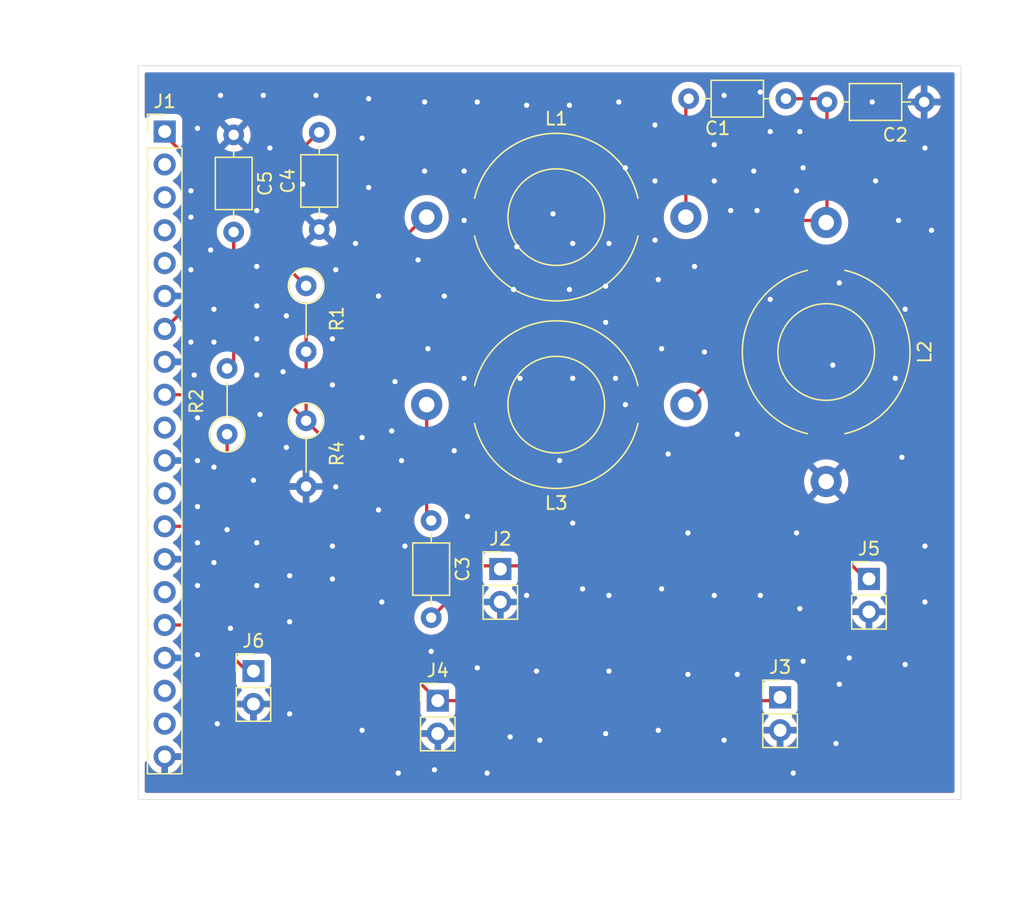
<source format=kicad_pcb>
(kicad_pcb (version 20211014) (generator pcbnew)
  (layers (0 "F.Cu" signal) (31 "B.Cu" signal) (34 "B.Paste" user) (35 "F.Paste" user) (36 "B.SilkS" user "B.Silkscreen") (37 "F.SilkS" user "F.Silkscreen") (38 "B.Mask" user) (39 "F.Mask" user) (44 "Edge.Cuts" user))
  (net 0 "")
  (net 1 "GND")
  (net 2 "Net-(C1-Pad1)")
  (net 3 "Net-(C1-Pad2)")
  (net 4 "Net-(C3-Pad1)")
  (net 5 "bpf_ant")
  (net 6 "3V3")
  (net 7 "rfrx0_false")
  (net 12 "bpf_lvds")
  (net 15 "PWM2")
  (net 17 "pwm_out")
  (footprint "Capacitor_THT:C_Axial_L3.8mm_D2.6mm_P7.50mm_Horizontal" (layer "F.Cu") (at 114.3 65.726 90)
    (fp_text reference "C4" (at 3.75 -2.42 90) (layer "F.SilkS"))
    (fp_text value "C")
    (fp_line (start 1.04 0) (end 1.73 0) (layer "F.SilkS") (width 0.12))
    (fp_line (start 1.73 1.42) (end 5.77 1.42) (layer "F.SilkS") (width 0.12))
    (fp_line (start 5.77 -1.42) (end 1.73 -1.42) (layer "F.SilkS") (width 0.12))
    (fp_line (start 5.77 1.42) (end 5.77 -1.42) (layer "F.SilkS") (width 0.12))
    (fp_line (start 1.73 -1.42) (end 1.73 1.42) (layer "F.SilkS") (width 0.12))
    (fp_line (start 6.46 0) (end 5.77 0) (layer "F.SilkS") (width 0.12))
    (pad "1" thru_hole circle (at 0 0 90) (size 1.6 1.6) (drill 0.8) (layers *.Cu *.Mask) (net 1 "GND"))
    (pad "2" thru_hole oval (at 7.5 0 90) (size 1.6 1.6) (drill 0.8) (layers *.Cu *.Mask) (net 6 "3V3"))
  )
  (footprint "Inductor_THT:L_Toroid_Horizontal_D12.7mm_P20.00mm_Diameter14-5mm_Amidon-T50" (layer "F.Cu") (at 153.416 65.184 -90)
    (fp_text reference "L2" (at 10 -7.6 90) (layer "F.SilkS"))
    (fp_text value "L")
    (fp_arc (start 16.303118 1.46) (mid 10 6.47) (end 3.696882 1.46) (layer "F.SilkS") (width 0.12))
    (fp_arc (start 3.696882 -1.46) (mid 10 -6.47) (end 16.303118 -1.46) (layer "F.SilkS") (width 0.12))
    (fp_circle (center 10 0) (end 13.7281 0) (layer "F.SilkS") (width 0.12) (fill none))
    (pad "1" thru_hole circle (at 0 0 270) (size 2.4 2.4) (drill 1.2) (layers *.Cu *.Mask) (net 3 "Net-(C1-Pad2)"))
    (pad "2" thru_hole circle (at 20 0 270) (size 2.4 2.4) (drill 1.2) (layers *.Cu *.Mask) (net 1 "GND"))
  )
  (footprint "Resistor_THT:R_Axial_DIN0207_L6.3mm_D2.5mm_P5.08mm_Vertical" (layer "F.Cu") (at 107.188 81.534 90)
    (fp_text reference "R2" (at 2.54 -2.37 90) (layer "F.SilkS"))
    (fp_text value "R")
    (fp_line (start 1.37 0) (end 3.98 0) (layer "F.SilkS") (width 0.12))
    (fp_circle (center 0 0) (end 1.37 0) (layer "F.SilkS") (width 0.12) (fill none))
    (pad "1" thru_hole circle (at 0 0 90) (size 1.6 1.6) (drill 0.8) (layers *.Cu *.Mask) (net 17 "pwm_out"))
    (pad "2" thru_hole oval (at 5.08 0 90) (size 1.6 1.6) (drill 0.8) (layers *.Cu *.Mask) (net 7 "rfrx0_false"))
  )
  (footprint "Capacitor_THT:C_Axial_L3.8mm_D2.6mm_P7.50mm_Horizontal" (layer "F.Cu") (at 142.808 55.626)
    (fp_text reference "C1" (at 2.226 2.286) (layer "F.SilkS"))
    (fp_text value "C")
    (fp_line (start 6.46 0) (end 5.77 0) (layer "F.SilkS") (width 0.12))
    (fp_line (start 5.77 1.42) (end 5.77 -1.42) (layer "F.SilkS") (width 0.12))
    (fp_line (start 1.04 0) (end 1.73 0) (layer "F.SilkS") (width 0.12))
    (fp_line (start 1.73 1.42) (end 5.77 1.42) (layer "F.SilkS") (width 0.12))
    (fp_line (start 1.73 -1.42) (end 1.73 1.42) (layer "F.SilkS") (width 0.12))
    (fp_line (start 5.77 -1.42) (end 1.73 -1.42) (layer "F.SilkS") (width 0.12))
    (pad "1" thru_hole circle (at 0 0) (size 1.6 1.6) (drill 0.8) (layers *.Cu *.Mask) (net 2 "Net-(C1-Pad1)"))
    (pad "2" thru_hole oval (at 7.5 0) (size 1.6 1.6) (drill 0.8) (layers *.Cu *.Mask) (net 3 "Net-(C1-Pad2)"))
  )
  (footprint "Capacitor_THT:C_Axial_L3.8mm_D2.6mm_P7.50mm_Horizontal" (layer "F.Cu") (at 107.696 58.42 -90)
    (fp_text reference "C5" (at 3.75 -2.42 90) (layer "F.SilkS"))
    (fp_text value "C")
    (fp_line (start 1.73 -1.42) (end 1.73 1.42) (layer "F.SilkS") (width 0.12))
    (fp_line (start 1.73 1.42) (end 5.77 1.42) (layer "F.SilkS") (width 0.12))
    (fp_line (start 5.77 1.42) (end 5.77 -1.42) (layer "F.SilkS") (width 0.12))
    (fp_line (start 5.77 -1.42) (end 1.73 -1.42) (layer "F.SilkS") (width 0.12))
    (fp_line (start 1.04 0) (end 1.73 0) (layer "F.SilkS") (width 0.12))
    (fp_line (start 6.46 0) (end 5.77 0) (layer "F.SilkS") (width 0.12))
    (pad "1" thru_hole circle (at 0 0 270) (size 1.6 1.6) (drill 0.8) (layers *.Cu *.Mask) (net 1 "GND"))
    (pad "2" thru_hole oval (at 7.5 0 270) (size 1.6 1.6) (drill 0.8) (layers *.Cu *.Mask) (net 7 "rfrx0_false"))
  )
  (footprint "Connector_PinHeader_2.54mm:PinHeader_1x02_P2.54mm_Vertical" (layer "F.Cu") (at 149.86 101.849)
    (fp_text reference "J3" (at 0 -2.33) (layer "F.SilkS"))
    (fp_text value "Connector_Generic_Conn_01x02")
    (fp_line (start -1.33 0) (end -1.33 -1.33) (layer "F.SilkS") (width 0.12))
    (fp_line (start -1.33 -1.33) (end 0 -1.33) (layer "F.SilkS") (width 0.12))
    (fp_line (start -1.33 1.27) (end -1.33 3.87) (layer "F.SilkS") (width 0.12))
    (fp_line (start -1.33 3.87) (end 1.33 3.87) (layer "F.SilkS") (width 0.12))
    (fp_line (start -1.33 1.27) (end 1.33 1.27) (layer "F.SilkS") (width 0.12))
    (fp_line (start 1.33 1.27) (end 1.33 3.87) (layer "F.SilkS") (width 0.12))
    (pad "1" thru_hole rect (at 0 0) (size 1.7 1.7) (drill 1) (layers *.Cu *.Mask) (net 12 "bpf_lvds"))
    (pad "2" thru_hole oval (at 0 2.54) (size 1.7 1.7) (drill 1) (layers *.Cu *.Mask) (net 1 "GND"))
  )
  (footprint "Inductor_THT:L_Toroid_Horizontal_D12.7mm_P20.00mm_Diameter14-5mm_Amidon-T50" (layer "F.Cu") (at 122.588 64.77)
    (fp_text reference "L1" (at 10 -7.6) (layer "F.SilkS"))
    (fp_text value "L")
    (fp_arc (start 3.696882 -1.46) (mid 10 -6.47) (end 16.303118 -1.46) (layer "F.SilkS") (width 0.12))
    (fp_arc (start 16.303118 1.46) (mid 10 6.47) (end 3.696882 1.46) (layer "F.SilkS") (width 0.12))
    (fp_circle (center 10 0) (end 13.7281 0) (layer "F.SilkS") (width 0.12) (fill none))
    (pad "1" thru_hole circle (at 0 0) (size 2.4 2.4) (drill 1.2) (layers *.Cu *.Mask) (net 12 "bpf_lvds"))
    (pad "2" thru_hole circle (at 20 0) (size 2.4 2.4) (drill 1.2) (layers *.Cu *.Mask) (net 2 "Net-(C1-Pad1)"))
  )
  (footprint "Connector_PinHeader_2.54mm:PinHeader_1x02_P2.54mm_Vertical" (layer "F.Cu") (at 156.718 92.705)
    (fp_text reference "J5" (at 0 -2.33) (layer "F.SilkS"))
    (fp_text value "Connector_Generic_Conn_01x02")
    (fp_line (start 1.33 1.27) (end 1.33 3.87) (layer "F.SilkS") (width 0.12))
    (fp_line (start -1.33 0) (end -1.33 -1.33) (layer "F.SilkS") (width 0.12))
    (fp_line (start -1.33 -1.33) (end 0 -1.33) (layer "F.SilkS") (width 0.12))
    (fp_line (start -1.33 1.27) (end -1.33 3.87) (layer "F.SilkS") (width 0.12))
    (fp_line (start -1.33 1.27) (end 1.33 1.27) (layer "F.SilkS") (width 0.12))
    (fp_line (start -1.33 3.87) (end 1.33 3.87) (layer "F.SilkS") (width 0.12))
    (pad "1" thru_hole rect (at 0 0) (size 1.7 1.7) (drill 1) (layers *.Cu *.Mask) (net 5 "bpf_ant"))
    (pad "2" thru_hole oval (at 0 2.54) (size 1.7 1.7) (drill 1) (layers *.Cu *.Mask) (net 1 "GND"))
  )
  (footprint "Connector_PinHeader_2.54mm:PinHeader_1x02_P2.54mm_Vertical" (layer "F.Cu") (at 123.444 102.103)
    (fp_text reference "J4" (at 0 -2.33) (layer "F.SilkS"))
    (fp_text value "Connector_Generic_Conn_01x02")
    (fp_line (start 1.33 1.27) (end 1.33 3.87) (layer "F.SilkS") (width 0.12))
    (fp_line (start -1.33 -1.33) (end 0 -1.33) (layer "F.SilkS") (width 0.12))
    (fp_line (start -1.33 0) (end -1.33 -1.33) (layer "F.SilkS") (width 0.12))
    (fp_line (start -1.33 1.27) (end 1.33 1.27) (layer "F.SilkS") (width 0.12))
    (fp_line (start -1.33 3.87) (end 1.33 3.87) (layer "F.SilkS") (width 0.12))
    (fp_line (start -1.33 1.27) (end -1.33 3.87) (layer "F.SilkS") (width 0.12))
    (pad "1" thru_hole rect (at 0 0) (size 1.7 1.7) (drill 1) (layers *.Cu *.Mask) (net 12 "bpf_lvds"))
    (pad "2" thru_hole oval (at 0 2.54) (size 1.7 1.7) (drill 1) (layers *.Cu *.Mask) (net 1 "GND"))
  )
  (footprint "Connector_PinHeader_2.54mm:PinHeader_1x02_P2.54mm_Vertical" (layer "F.Cu") (at 109.22 99.822)
    (fp_text reference "J6" (at 0 -2.33) (layer "F.SilkS"))
    (fp_text value "Connector_Generic_Conn_01x02")
    (fp_line (start -1.33 1.27) (end 1.33 1.27) (layer "F.SilkS") (width 0.12))
    (fp_line (start -1.33 1.27) (end -1.33 3.87) (layer "F.SilkS") (width 0.12))
    (fp_line (start -1.33 0) (end -1.33 -1.33) (layer "F.SilkS") (width 0.12))
    (fp_line (start 1.33 1.27) (end 1.33 3.87) (layer "F.SilkS") (width 0.12))
    (fp_line (start -1.33 -1.33) (end 0 -1.33) (layer "F.SilkS") (width 0.12))
    (fp_line (start -1.33 3.87) (end 1.33 3.87) (layer "F.SilkS") (width 0.12))
    (pad "1" thru_hole rect (at 0 0) (size 1.7 1.7) (drill 1) (layers *.Cu *.Mask) (net 15 "PWM2"))
    (pad "2" thru_hole oval (at 0 2.54) (size 1.7 1.7) (drill 1) (layers *.Cu *.Mask) (net 1 "GND"))
  )
  (footprint "Connector_PinHeader_2.54mm:PinHeader_1x20_P2.54mm_Vertical" (layer "F.Cu") (at 102.37 58.162)
    (fp_text reference "J1" (at 0 -2.33) (layer "F.SilkS"))
    (fp_text value "Connector_Generic_Conn_01x20")
    (fp_line (start -1.33 1.27) (end 1.33 1.27) (layer "F.SilkS") (width 0.12))
    (fp_line (start -1.33 -1.33) (end 0 -1.33) (layer "F.SilkS") (width 0.12))
    (fp_line (start -1.33 1.27) (end -1.33 49.59) (layer "F.SilkS") (width 0.12))
    (fp_line (start -1.33 49.59) (end 1.33 49.59) (layer "F.SilkS") (width 0.12))
    (fp_line (start 1.33 1.27) (end 1.33 49.59) (layer "F.SilkS") (width 0.12))
    (fp_line (start -1.33 0) (end -1.33 -1.33) (layer "F.SilkS") (width 0.12))
    (pad "1" thru_hole rect (at 0 0) (size 1.7 1.7) (drill 1) (layers *.Cu *.Mask) (net 6 "3V3"))
    (pad "2" thru_hole oval (at 0 2.54) (size 1.7 1.7) (drill 1) (layers *.Cu *.Mask))
    (pad "3" thru_hole oval (at 0 5.08) (size 1.7 1.7) (drill 1) (layers *.Cu *.Mask))
    (pad "4" thru_hole oval (at 0 7.62) (size 1.7 1.7) (drill 1) (layers *.Cu *.Mask))
    (pad "5" thru_hole oval (at 0 10.16) (size 1.7 1.7) (drill 1) (layers *.Cu *.Mask))
    (pad "6" thru_hole oval (at 0 12.7) (size 1.7 1.7) (drill 1) (layers *.Cu *.Mask) (net 1 "GND"))
    (pad "7" thru_hole oval (at 0 15.24) (size 1.7 1.7) (drill 1) (layers *.Cu *.Mask) (net 7 "rfrx0_false"))
    (pad "8" thru_hole oval (at 0 17.78) (size 1.7 1.7) (drill 1) (layers *.Cu *.Mask) (net 1 "GND"))
    (pad "9" thru_hole oval (at 0 20.32) (size 1.7 1.7) (drill 1) (layers *.Cu *.Mask) (net 12 "bpf_lvds"))
    (pad "10" thru_hole oval (at 0 22.86) (size 1.7 1.7) (drill 1) (layers *.Cu *.Mask))
    (pad "11" thru_hole oval (at 0 25.4) (size 1.7 1.7) (drill 1) (layers *.Cu *.Mask) (net 1 "GND"))
    (pad "12" thru_hole oval (at 0 27.94) (size 1.7 1.7) (drill 1) (layers *.Cu *.Mask))
    (pad "13" thru_hole oval (at 0 30.48) (size 1.7 1.7) (drill 1) (layers *.Cu *.Mask) (net 17 "pwm_out"))
    (pad "14" thru_hole oval (at 0 33.02) (size 1.7 1.7) (drill 1) (layers *.Cu *.Mask) (net 1 "GND"))
    (pad "15" thru_hole oval (at 0 35.56) (size 1.7 1.7) (drill 1) (layers *.Cu *.Mask))
    (pad "16" thru_hole oval (at 0 38.1) (size 1.7 1.7) (drill 1) (layers *.Cu *.Mask) (net 15 "PWM2"))
    (pad "17" thru_hole oval (at 0 40.64) (size 1.7 1.7) (drill 1) (layers *.Cu *.Mask) (net 1 "GND"))
    (pad "18" thru_hole oval (at 0 43.18) (size 1.7 1.7) (drill 1) (layers *.Cu *.Mask))
    (pad "19" thru_hole oval (at 0 45.72) (size 1.7 1.7) (drill 1) (layers *.Cu *.Mask))
    (pad "20" thru_hole oval (at 0 48.26) (size 1.7 1.7) (drill 1) (layers *.Cu *.Mask) (net 1 "GND"))
  )
  (footprint "Inductor_THT:L_Toroid_Horizontal_D12.7mm_P20.00mm_Diameter14-5mm_Amidon-T50" (layer "F.Cu") (at 142.588 79.248 180)
    (fp_text reference "L3" (at 10 -7.6) (layer "F.SilkS"))
    (fp_text value "L")
    (fp_arc (start 3.696882 -1.46) (mid 10 -6.47) (end 16.303118 -1.46) (layer "F.SilkS") (width 0.12))
    (fp_arc (start 16.303118 1.46) (mid 10 6.47) (end 3.696882 1.46) (layer "F.SilkS") (width 0.12))
    (fp_circle (center 10 0) (end 13.7281 0) (layer "F.SilkS") (width 0.12) (fill none))
    (pad "1" thru_hole circle (at 0 0 180) (size 2.4 2.4) (drill 1.2) (layers *.Cu *.Mask) (net 3 "Net-(C1-Pad2)"))
    (pad "2" thru_hole circle (at 20 0 180) (size 2.4 2.4) (drill 1.2) (layers *.Cu *.Mask) (net 4 "Net-(C3-Pad1)"))
  )
  (footprint "Capacitor_THT:C_Axial_L3.8mm_D2.6mm_P7.50mm_Horizontal" (layer "F.Cu") (at 122.936 88.198 -90)
    (fp_text reference "C3" (at 3.75 -2.42 90) (layer "F.SilkS"))
    (fp_text value "C")
    (fp_line (start 6.46 0) (end 5.77 0) (layer "F.SilkS") (width 0.12))
    (fp_line (start 1.73 -1.42) (end 1.73 1.42) (layer "F.SilkS") (width 0.12))
    (fp_line (start 5.77 1.42) (end 5.77 -1.42) (layer "F.SilkS") (width 0.12))
    (fp_line (start 1.73 1.42) (end 5.77 1.42) (layer "F.SilkS") (width 0.12))
    (fp_line (start 1.04 0) (end 1.73 0) (layer "F.SilkS") (width 0.12))
    (fp_line (start 5.77 -1.42) (end 1.73 -1.42) (layer "F.SilkS") (width 0.12))
    (pad "1" thru_hole circle (at 0 0 270) (size 1.6 1.6) (drill 0.8) (layers *.Cu *.Mask) (net 4 "Net-(C3-Pad1)"))
    (pad "2" thru_hole oval (at 7.5 0 270) (size 1.6 1.6) (drill 0.8) (layers *.Cu *.Mask) (net 5 "bpf_ant"))
  )
  (footprint "Resistor_THT:R_Axial_DIN0207_L6.3mm_D2.5mm_P5.08mm_Vertical" (layer "F.Cu") (at 113.284 70.075 -90)
    (fp_text reference "R1" (at 2.54 -2.37 90) (layer "F.SilkS"))
    (fp_text value "R")
    (fp_line (start 1.37 0) (end 3.98 0) (layer "F.SilkS") (width 0.12))
    (fp_circle (center 0 0) (end 1.37 0) (layer "F.SilkS") (width 0.12) (fill none))
    (pad "1" thru_hole circle (at 0 0 270) (size 1.6 1.6) (drill 0.8) (layers *.Cu *.Mask) (net 6 "3V3"))
    (pad "2" thru_hole oval (at 5.08 0 270) (size 1.6 1.6) (drill 0.8) (layers *.Cu *.Mask) (net 12 "bpf_lvds"))
  )
  (footprint "Resistor_THT:R_Axial_DIN0207_L6.3mm_D2.5mm_P5.08mm_Vertical" (layer "F.Cu") (at 113.284 80.489 -90)
    (fp_text reference "R4" (at 2.54 -2.37 90) (layer "F.SilkS"))
    (fp_text value "R")
    (fp_line (start 1.37 0) (end 3.98 0) (layer "F.SilkS") (width 0.12))
    (fp_circle (center 0 0) (end 1.37 0) (layer "F.SilkS") (width 0.12) (fill none))
    (pad "1" thru_hole circle (at 0 0 270) (size 1.6 1.6) (drill 0.8) (layers *.Cu *.Mask) (net 12 "bpf_lvds"))
    (pad "2" thru_hole oval (at 5.08 0 270) (size 1.6 1.6) (drill 0.8) (layers *.Cu *.Mask) (net 1 "GND"))
  )
  (footprint "Capacitor_THT:C_Axial_L3.8mm_D2.6mm_P7.50mm_Horizontal" (layer "F.Cu") (at 153.476 55.88)
    (fp_text reference "C2" (at 5.274 2.54) (layer "F.SilkS"))
    (fp_text value "C")
    (fp_line (start 6.46 0) (end 5.77 0) (layer "F.SilkS") (width 0.12))
    (fp_line (start 1.73 -1.42) (end 1.73 1.42) (layer "F.SilkS") (width 0.12))
    (fp_line (start 5.77 -1.42) (end 1.73 -1.42) (layer "F.SilkS") (width 0.12))
    (fp_line (start 1.73 1.42) (end 5.77 1.42) (layer "F.SilkS") (width 0.12))
    (fp_line (start 1.04 0) (end 1.73 0) (layer "F.SilkS") (width 0.12))
    (fp_line (start 5.77 1.42) (end 5.77 -1.42) (layer "F.SilkS") (width 0.12))
    (pad "1" thru_hole circle (at 0 0) (size 1.6 1.6) (drill 0.8) (layers *.Cu *.Mask) (net 3 "Net-(C1-Pad2)"))
    (pad "2" thru_hole oval (at 7.5 0) (size 1.6 1.6) (drill 0.8) (layers *.Cu *.Mask) (net 1 "GND"))
  )
  (footprint "Connector_PinHeader_2.54mm:PinHeader_1x02_P2.54mm_Vertical" (layer "F.Cu") (at 128.27 91.943)
    (fp_text reference "J2" (at 0 -2.33) (layer "F.SilkS"))
    (fp_text value "Connector_Generic_Conn_01x02")
    (fp_line (start -1.33 0) (end -1.33 -1.33) (layer "F.SilkS") (width 0.12))
    (fp_line (start -1.33 3.87) (end 1.33 3.87) (layer "F.SilkS") (width 0.12))
    (fp_line (start 1.33 1.27) (end 1.33 3.87) (layer "F.SilkS") (width 0.12))
    (fp_line (start -1.33 1.27) (end -1.33 3.87) (layer "F.SilkS") (width 0.12))
    (fp_line (start -1.33 1.27) (end 1.33 1.27) (layer "F.SilkS") (width 0.12))
    (fp_line (start -1.33 -1.33) (end 0 -1.33) (layer "F.SilkS") (width 0.12))
    (pad "1" thru_hole rect (at 0 0) (size 1.7 1.7) (drill 1) (layers *.Cu *.Mask) (net 5 "bpf_ant"))
    (pad "2" thru_hole oval (at 0 2.54) (size 1.7 1.7) (drill 1) (layers *.Cu *.Mask) (net 1 "GND"))
  )
  (gr_rect (start 100.33 53.086) (end 163.83 109.728) (layer "Edge.Cuts") (width 0.05) (fill none))
  (via (at 106.172 91.44) (size 0.8) (drill 0.4) (layers "F.Cu" "B.Cu") (net 1))
  (via (at 130.302 56.134) (size 0.8) (drill 0.4) (layers "F.Cu" "B.Cu") (net 1))
  (via (at 120.904 90.17) (size 0.8) (drill 0.4) (layers "F.Cu" "B.Cu") (net 1))
  (via (at 130.302 93.98) (size 0.8) (drill 0.4) (layers "F.Cu" "B.Cu") (net 1))
  (via (at 118.872 87.376) (size 0.8) (drill 0.4) (layers "F.Cu" "B.Cu") (net 1))
  (via (at 140.208 61.976) (size 0.8) (drill 0.4) (layers "F.Cu" "B.Cu") (net 1))
  (via (at 104.902 57.912) (size 0.8) (drill 0.4) (layers "F.Cu" "B.Cu") (net 1))
  (via (at 125.476 65.024) (size 0.8) (drill 0.4) (layers "F.Cu" "B.Cu") (net 1))
  (via (at 104.902 93.218) (size 0.8) (drill 0.4) (layers "F.Cu" "B.Cu") (net 1))
  (via (at 136.652 66.802) (size 0.8) (drill 0.4) (layers "F.Cu" "B.Cu") (net 1))
  (via (at 104.394 64.77) (size 0.8) (drill 0.4) (layers "F.Cu" "B.Cu") (net 1))
  (via (at 142.748 89.154) (size 0.8) (drill 0.4) (layers "F.Cu" "B.Cu") (net 1))
  (via (at 115.57 85.598) (size 0.8) (drill 0.4) (layers "F.Cu" "B.Cu") (net 1))
  (via (at 126.492 99.568) (size 0.8) (drill 0.4) (layers "F.Cu" "B.Cu") (net 1))
  (via (at 136.652 99.822) (size 0.8) (drill 0.4) (layers "F.Cu" "B.Cu") (net 1))
  (via (at 106.426 103.886) (size 0.8) (drill 0.4) (layers "F.Cu" "B.Cu") (net 1))
  (via (at 113.03 62.23) (size 0.8) (drill 0.4) (layers "F.Cu" "B.Cu") (net 1))
  (via (at 150.876 107.696) (size 0.8) (drill 0.4) (layers "F.Cu" "B.Cu") (net 1))
  (via (at 161.036 59.436) (size 0.8) (drill 0.4) (layers "F.Cu" "B.Cu") (net 1))
  (via (at 122.936 98.298) (size 0.8) (drill 0.4) (layers "F.Cu" "B.Cu") (net 1))
  (via (at 133.858 77.216) (size 0.8) (drill 0.4) (layers "F.Cu" "B.Cu") (net 1))
  (via (at 140.462 104.394) (size 0.8) (drill 0.4) (layers "F.Cu" "B.Cu") (net 1))
  (via (at 111.506 76.708) (size 0.8) (drill 0.4) (layers "F.Cu" "B.Cu") (net 1))
  (via (at 151.384 58.166) (size 0.8) (drill 0.4) (layers "F.Cu" "B.Cu") (net 1))
  (via (at 159.258 83.312) (size 0.8) (drill 0.4) (layers "F.Cu" "B.Cu") (net 1))
  (via (at 107.442 96.52) (size 0.8) (drill 0.4) (layers "F.Cu" "B.Cu") (net 1))
  (via (at 120.142 77.47) (size 0.8) (drill 0.4) (layers "F.Cu" "B.Cu") (net 1))
  (via (at 136.398 72.898) (size 0.8) (drill 0.4) (layers "F.Cu" "B.Cu") (net 1))
  (via (at 144.018 75.184) (size 0.8) (drill 0.4) (layers "F.Cu" "B.Cu") (net 1))
  (via (at 159.512 71.882) (size 0.8) (drill 0.4) (layers "F.Cu" "B.Cu") (net 1))
  (via (at 149.098 71.12) (size 0.8) (drill 0.4) (layers "F.Cu" "B.Cu") (net 1))
  (via (at 104.394 68.834) (size 0.8) (drill 0.4) (layers "F.Cu" "B.Cu") (net 1))
  (via (at 123.952 70.866) (size 0.8) (drill 0.4) (layers "F.Cu" "B.Cu") (net 1))
  (via (at 109.474 76.962) (size 0.8) (drill 0.4) (layers "F.Cu" "B.Cu") (net 1))
  (via (at 132.842 83.566) (size 0.8) (drill 0.4) (layers "F.Cu" "B.Cu") (net 1))
  (via (at 112.014 92.456) (size 0.8) (drill 0.4) (layers "F.Cu" "B.Cu") (net 1))
  (via (at 115.57 68.834) (size 0.8) (drill 0.4) (layers "F.Cu" "B.Cu") (net 1))
  (via (at 159.512 99.314) (size 0.8) (drill 0.4) (layers "F.Cu" "B.Cu") (net 1))
  (via (at 109.474 68.58) (size 0.8) (drill 0.4) (layers "F.Cu" "B.Cu") (net 1))
  (via (at 146.558 100.076) (size 0.8) (drill 0.4) (layers "F.Cu" "B.Cu") (net 1))
  (via (at 109.474 93.218) (size 0.8) (drill 0.4) (layers "F.Cu" "B.Cu") (net 1))
  (via (at 131.318 105.156) (size 0.8) (drill 0.4) (layers "F.Cu" "B.Cu") (net 1))
  (via (at 104.902 87.122) (size 0.8) (drill 0.4) (layers "F.Cu" "B.Cu") (net 1))
  (via (at 151.638 60.96) (size 0.8) (drill 0.4) (layers "F.Cu" "B.Cu") (net 1))
  (via (at 129.286 70.358) (size 0.8) (drill 0.4) (layers "F.Cu" "B.Cu") (net 1))
  (via (at 121.92 68.072) (size 0.8) (drill 0.4) (layers "F.Cu" "B.Cu") (net 1))
  (via (at 109.982 55.372) (size 0.8) (drill 0.4) (layers "F.Cu" "B.Cu") (net 1))
  (via (at 151.384 94.996) (size 0.8) (drill 0.4) (layers "F.Cu" "B.Cu") (net 1))
  (via (at 131.064 99.822) (size 0.8) (drill 0.4) (layers "F.Cu" "B.Cu") (net 1))
  (via (at 142.748 100.076) (size 0.8) (drill 0.4) (layers "F.Cu" "B.Cu") (net 1))
  (via (at 114.046 55.372) (size 0.8) (drill 0.4) (layers "F.Cu" "B.Cu") (net 1))
  (via (at 117.094 66.802) (size 0.8) (drill 0.4) (layers "F.Cu" "B.Cu") (net 1))
  (via (at 104.648 76.962) (size 0.8) (drill 0.4) (layers "F.Cu" "B.Cu") (net 1))
  (via (at 137.922 79.248) (size 0.8) (drill 0.4) (layers "F.Cu" "B.Cu") (net 1))
  (via (at 104.394 74.422) (size 0.8) (drill 0.4) (layers "F.Cu" "B.Cu") (net 1))
  (via (at 111.76 72.39) (size 0.8) (drill 0.4) (layers "F.Cu" "B.Cu") (net 1))
  (via (at 145.542 55.372) (size 0.8) (drill 0.4) (layers "F.Cu" "B.Cu") (net 1))
  (via (at 137.922 60.96) (size 0.8) (drill 0.4) (layers "F.Cu" "B.Cu") (net 1))
  (via (at 143.256 68.58) (size 0.8) (drill 0.4) (layers "F.Cu" "B.Cu") (net 1))
  (via (at 146.05 64.262) (size 0.8) (drill 0.4) (layers "F.Cu" "B.Cu") (net 1))
  (via (at 104.902 80.264) (size 0.8) (drill 0.4) (layers "F.Cu" "B.Cu") (net 1))
  (via (at 129.032 104.902) (size 0.8) (drill 0.4) (layers "F.Cu" "B.Cu") (net 1))
  (via (at 109.474 74.168) (size 0.8) (drill 0.4) (layers "F.Cu" "B.Cu") (net 1))
  (via (at 140.208 66.548) (size 0.8) (drill 0.4) (layers "F.Cu" "B.Cu") (net 1))
  (via (at 125.476 77.216) (size 0.8) (drill 0.4) (layers "F.Cu" "B.Cu") (net 1))
  (via (at 158.75 77.216) (size 0.8) (drill 0.4) (layers "F.Cu" "B.Cu") (net 1))
  (via (at 119.888 81.28) (size 0.8) (drill 0.4) (layers "F.Cu" "B.Cu") (net 1))
  (via (at 118.872 70.866) (size 0.8) (drill 0.4) (layers "F.Cu" "B.Cu") (net 1))
  (via (at 145.542 105.156) (size 0.8) (drill 0.4) (layers "F.Cu" "B.Cu") (net 1))
  (via (at 154.432 69.85) (size 0.8) (drill 0.4) (layers "F.Cu" "B.Cu") (net 1))
  (via (at 144.78 93.98) (size 0.8) (drill 0.4) (layers "F.Cu" "B.Cu") (net 1))
  (via (at 104.902 89.916) (size 0.8) (drill 0.4) (layers "F.Cu" "B.Cu") (net 1))
  (via (at 112.014 96.012) (size 0.8) (drill 0.4) (layers "F.Cu" "B.Cu") (net 1))
  (via (at 154.432 100.838) (size 0.8) (drill 0.4) (layers "F.Cu" "B.Cu") (net 1))
  (via (at 136.398 70.104) (size 0.8) (drill 0.4) (layers "F.Cu" "B.Cu") (net 1))
  (via (at 106.172 71.882) (size 0.8) (drill 0.4) (layers "F.Cu" "B.Cu") (net 1))
  (via (at 120.396 107.696) (size 0.8) (drill 0.4) (layers "F.Cu" "B.Cu") (net 1))
  (via (at 117.602 81.788) (size 0.8) (drill 0.4) (layers "F.Cu" "B.Cu") (net 1))
  (via (at 151.13 89.154) (size 0.8) (drill 0.4) (layers "F.Cu" "B.Cu") (net 1))
  (via (at 136.652 93.98) (size 0.8) (drill 0.4) (layers "F.Cu" "B.Cu") (net 1))
  (via (at 144.78 61.976) (size 0.8) (drill 0.4) (layers "F.Cu" "B.Cu") (net 1))
  (via (at 148.336 93.98) (size 0.8) (drill 0.4) (layers "F.Cu" "B.Cu") (net 1))
  (via (at 126.492 55.88) (size 0.8) (drill 0.4) (layers "F.Cu" "B.Cu") (net 1))
  (via (at 109.728 80.01) (size 0.8) (drill 0.4) (layers "F.Cu" "B.Cu") (net 1))
  (via (at 161.036 94.488) (size 0.8) (drill 0.4) (layers "F.Cu" "B.Cu") (net 1))
  (via (at 109.474 71.628) (size 0.8) (drill 0.4) (layers "F.Cu" "B.Cu") (net 1))
  (via (at 118.11 62.484) (size 0.8) (drill 0.4) (layers "F.Cu" "B.Cu") (net 1))
  (via (at 106.172 84.074) (size 0.8) (drill 0.4) (layers "F.Cu" "B.Cu") (net 1))
  (via (at 161.544 65.786) (size 0.8) (drill 0.4) (layers "F.Cu" "B.Cu") (net 1))
  (via (at 132.334 64.516) (size 0.8) (drill 0.4) (layers "F.Cu" "B.Cu") (net 1))
  (via (at 129.54 67.056) (size 0.8) (drill 0.4) (layers "F.Cu" "B.Cu") (net 1))
  (via (at 134.62 93.472) (size 0.8) (drill 0.4) (layers "F.Cu" "B.Cu") (net 1))
  (via (at 148.082 64.262) (size 0.8) (drill 0.4) (layers "F.Cu" "B.Cu") (net 1))
  (via (at 109.22 85.09) (size 0.8) (drill 0.4) (layers "F.Cu" "B.Cu") (net 1))
  (via (at 117.602 104.394) (size 0.8) (drill 0.4) (layers "F.Cu" "B.Cu") (net 1))
  (via (at 140.716 74.93) (size 0.8) (drill 0.4) (layers "F.Cu" "B.Cu") (net 1))
  (via (at 124.714 82.804) (size 0.8) (drill 0.4) (layers "F.Cu" "B.Cu") (net 1))
  (via (at 122.682 74.93) (size 0.8) (drill 0.4) (layers "F.Cu" "B.Cu") (net 1))
  (via (at 159.004 65.024) (size 0.8) (drill 0.4) (layers "F.Cu" "B.Cu") (net 1))
  (via (at 104.902 98.552) (size 0.8) (drill 0.4) (layers "F.Cu" "B.Cu") (net 1))
  (via (at 140.462 69.596) (size 0.8) (drill 0.4) (layers "F.Cu" "B.Cu") (net 1))
  (via (at 137.16 77.216) (size 0.8) (drill 0.4) (layers "F.Cu" "B.Cu") (net 1))
  (via (at 118.11 55.626) (size 0.8) (drill 0.4) (layers "F.Cu" "B.Cu") (net 1))
  (via (at 157.226 61.976) (size 0.8) (drill 0.4) (layers "F.Cu" "B.Cu") (net 1))
  (via (at 149.098 58.166) (size 0.8) (drill 0.4) (layers "F.Cu" "B.Cu") (net 1))
  (via (at 122.428 61.214) (size 0.8) (drill 0.4) (layers "F.Cu" "B.Cu") (net 1))
  (via (at 119.126 94.488) (size 0.8) (drill 0.4) (layers "F.Cu" "B.Cu") (net 1))
  (via (at 109.474 89.916) (size 0.8) (drill 0.4) (layers "F.Cu" "B.Cu") (net 1))
  (via (at 111.76 82.55) (size 0.8) (drill 0.4) (layers "F.Cu" "B.Cu") (net 1))
  (via (at 154.178 105.41) (size 0.8) (drill 0.4) (layers "F.Cu" "B.Cu") (net 1))
  (via (at 125.476 61.214) (size 0.8) (drill 0.4) (layers "F.Cu" "B.Cu") (net 1))
  (via (at 129.794 77.216) (size 0.8) (drill 0.4) (layers "F.Cu" "B.Cu") (net 1))
  (via (at 120.65 83.566) (size 0.8) (drill 0.4) (layers "F.Cu" "B.Cu") (net 1))
  (via (at 155.194 98.806) (size 0.8) (drill 0.4) (layers "F.Cu" "B.Cu") (net 1))
  (via (at 148.336 55.118) (size 0.8) (drill 0.4) (layers "F.Cu" "B.Cu") (net 1))
  (via (at 147.828 61.214) (size 0.8) (drill 0.4) (layers "F.Cu" "B.Cu") (net 1))
  (via (at 144.78 59.182) (size 0.8) (drill 0.4) (layers "F.Cu" "B.Cu") (net 1))
  (via (at 133.604 70.358) (size 0.8) (drill 0.4) (layers "F.Cu" "B.Cu") (net 1))
  (via (at 146.558 81.534) (size 0.8) (drill 0.4) (layers "F.Cu" "B.Cu") (net 1))
  (via (at 122.428 55.88) (size 0.8) (drill 0.4) (layers "F.Cu" "B.Cu") (net 1))
  (via (at 156.972 55.88) (size 0.8) (drill 0.4) (layers "F.Cu" "B.Cu") (net 1))
  (via (at 141.224 83.058) (size 0.8) (drill 0.4) (layers "F.Cu" "B.Cu") (net 1))
  (via (at 112.014 103.124) (size 0.8) (drill 0.4) (layers "F.Cu" "B.Cu") (net 1))
  (via (at 151.638 99.06) (size 0.8) (drill 0.4) (layers "F.Cu" "B.Cu") (net 1))
  (via (at 109.474 64.262) (size 0.8) (drill 0.4) (layers "F.Cu" "B.Cu") (net 1))
  (via (at 115.316 74.168) (size 0.8) (drill 0.4) (layers "F.Cu" "B.Cu") (net 1))
  (via (at 117.602 58.674) (size 0.8) (drill 0.4) (layers "F.Cu" "B.Cu") (net 1))
  (via (at 115.316 77.724) (size 0.8) (drill 0.4) (layers "F.Cu" "B.Cu") (net 1))
  (via (at 127.254 107.696) (size 0.8) (drill 0.4) (layers "F.Cu" "B.Cu") (net 1))
  (via (at 125.73 87.884) (size 0.8) (drill 0.4) (layers "F.Cu" "B.Cu") (net 1))
  (via (at 136.398 104.648) (size 0.8) (drill 0.4) (layers "F.Cu" "B.Cu") (net 1))
  (via (at 133.604 56.134) (size 0.8) (drill 0.4) (layers "F.Cu" "B.Cu") (net 1))
  (via (at 153.924 76.2) (size 0.8) (drill 0.4) (layers "F.Cu" "B.Cu") (net 1))
  (via (at 115.316 90.17) (size 0.8) (drill 0.4) (layers "F.Cu" "B.Cu") (net 1))
  (via (at 107.188 88.9) (size 0.8) (drill 0.4) (layers "F.Cu" "B.Cu") (net 1))
  (via (at 140.716 93.472) (size 0.8) (drill 0.4) (layers "F.Cu" "B.Cu") (net 1))
  (via (at 123.19 107.442) (size 0.8) (drill 0.4) (layers "F.Cu" "B.Cu") (net 1))
  (via (at 133.858 88.392) (size 0.8) (drill 0.4) (layers "F.Cu" "B.Cu") (net 1))
  (via (at 115.316 92.71) (size 0.8) (drill 0.4) (layers "F.Cu" "B.Cu") (net 1))
  (via (at 140.208 57.658) (size 0.8) (drill 0.4) (layers "F.Cu" "B.Cu") (net 1))
  (via (at 161.036 90.17) (size 0.8) (drill 0.4) (layers "F.Cu" "B.Cu") (net 1))
  (via (at 104.394 62.738) (size 0.8) (drill 0.4) (layers "F.Cu" "B.Cu") (net 1))
  (via (at 104.902 83.566) (size 0.8) (drill 0.4) (layers "F.Cu" "B.Cu") (net 1))
  (via (at 106.68 55.372) (size 0.8) (drill 0.4) (layers "F.Cu" "B.Cu") (net 1))
  (via (at 151.13 62.738) (size 0.8) (drill 0.4) (layers "F.Cu" "B.Cu") (net 1))
  (via (at 133.858 66.802) (size 0.8) (drill 0.4) (layers "F.Cu" "B.Cu") (net 1))
  (via (at 137.414 55.88) (size 0.8) (drill 0.4) (layers "F.Cu" "B.Cu") (net 1))
  (via (at 106.172 74.422) (size 0.8) (drill 0.4) (layers "F.Cu" "B.Cu") (net 1))
  (via (at 110.49 59.436) (size 0.8) (drill 0.4) (layers "F.Cu" "B.Cu") (net 1))
  (via (at 105.918 67.31) (size 0.8) (drill 0.4) (layers "F.Cu" "B.Cu") (net 1))
  (segment (start 142.588 64.77) (end 142.588 55.532) (width 0.25) (layer "F.Cu") (net 2))
  (segment (start 145.542 69.85) (end 150.368 65.024) (width 0.25) (layer "F.Cu") (net 3))
  (segment (start 145.542 76.294) (end 145.542 69.85) (width 0.25) (layer "F.Cu") (net 3))
  (segment (start 153.416 55.626) (end 153.67 55.88) (width 0.25) (layer "F.Cu") (net 3))
  (segment (start 150.308 55.626) (end 153.416 55.626) (width 0.25) (layer "F.Cu") (net 3))
  (segment (start 153.476 64.83) (end 153.67 65.024) (width 0.25) (layer "F.Cu") (net 3))
  (segment (start 153.476 55.88) (end 153.476 64.83) (width 0.25) (layer "F.Cu") (net 3))
  (segment (start 142.588 79.248) (end 145.542 76.294) (width 0.25) (layer "F.Cu") (net 3))
  (segment (start 150.368 65.024) (end 153.416 65.024) (width 0.25) (layer "F.Cu") (net 3))
  (segment (start 122.588 87.79) (end 122.936 88.138) (width 0.25) (layer "F.Cu") (net 4))
  (segment (start 122.588 79.248) (end 122.588 87.79) (width 0.25) (layer "F.Cu") (net 4))
  (segment (start 122.936 95.698) (end 126.94 91.694) (width 0.25) (layer "F.Cu") (net 5))
  (segment (start 128.016 91.694) (end 155.448 91.694) (width 0.25) (layer "F.Cu") (net 5))
  (segment (start 155.448 91.694) (end 156.464 92.71) (width 0.25) (layer "F.Cu") (net 5))
  (segment (start 126.94 91.694) (end 128.016 91.694) (width 0.25) (layer "F.Cu") (net 5))
  (segment (start 109.982 62.484) (end 110.109 62.357) (width 0.25) (layer "F.Cu") (net 6))
  (segment (start 106.426 62.484) (end 109.982 62.484) (width 0.25) (layer "F.Cu") (net 6))
  (segment (start 110.744 62.992) (end 110.998 63.246) (width 0.25) (layer "F.Cu") (net 6))
  (segment (start 111.252 68.072) (end 113.284 70.104) (width 0.25) (layer "F.Cu") (net 6))
  (segment (start 111.252 63.5) (end 111.252 68.072) (width 0.25) (layer "F.Cu") (net 6))
  (segment (start 110.109 62.357) (end 114.3 58.166) (width 0.25) (layer "F.Cu") (net 6))
  (segment (start 110.998 63.246) (end 111.252 63.5) (width 0.25) (layer "F.Cu") (net 6))
  (segment (start 102.37 58.162) (end 102.37 58.428) (width 0.25) (layer "F.Cu") (net 6))
  (segment (start 106.172 62.23) (end 106.426 62.484) (width 0.25) (layer "F.Cu") (net 6))
  (segment (start 102.37 58.428) (end 106.172 62.23) (width 0.25) (layer "F.Cu") (net 6))
  (segment (start 110.109 62.357) (end 110.744 62.992) (width 0.25) (layer "F.Cu") (net 6))
  (segment (start 107.696 68.076) (end 107.696 65.786) (width 0.25) (layer "F.Cu") (net 7))
  (segment (start 107.696 75.946) (end 107.188 76.454) (width 0.25) (layer "F.Cu") (net 7))
  (segment (start 107.696 65.92) (end 107.696 75.946) (width 0.25) (layer "F.Cu") (net 7))
  (segment (start 102.37 73.402) (end 107.696 68.076) (width 0.25) (layer "F.Cu") (net 7))
  (segment (start 116.586 83.791) (end 117.094 84.299) (width 0.25) (layer "F.Cu") (net 12))
  (segment (start 113.284 80.489) (end 116.078 83.283) (width 0.25) (layer "F.Cu") (net 12))
  (segment (start 113.284 73.914) (end 122.682 64.516) (width 0.25) (layer "F.Cu") (net 12))
  (segment (start 149.357 102.103) (end 149.86 101.6) (width 0.25) (layer "F.Cu") (net 12))
  (segment (start 113.284 80.489) (end 113.284 74.93) (width 0.25) (layer "F.Cu") (net 12))
  (segment (start 117.094 94.234) (end 117.094 95.758) (width 0.25) (layer "F.Cu") (net 12))
  (segment (start 123.444 102.103) (end 149.357 102.103) (width 0.25) (layer "F.Cu") (net 12))
  (segment (start 111.248 78.482) (end 113.284 80.518) (width 0.25) (layer "F.Cu") (net 12))
  (segment (start 117.094 95.758) (end 123.444 102.108) (width 0.25) (layer "F.Cu") (net 12))
  (segment (start 113.284 75.155) (end 113.284 73.914) (width 0.25) (layer "F.Cu") (net 12))
  (segment (start 102.37 78.482) (end 111.248 78.482) (width 0.25) (layer "F.Cu") (net 12))
  (segment (start 116.078 83.283) (end 116.586 83.791) (width 0.25) (layer "F.Cu") (net 12))
  (segment (start 117.094 84.299) (end 117.094 94.234) (width 0.25) (layer "F.Cu") (net 12))
  (segment (start 108.712 99.822) (end 109.22 99.822) (width 0.25) (layer "F.Cu") (net 15))
  (segment (start 102.37 96.262) (end 105.152 96.262) (width 0.25) (layer "F.Cu") (net 15))
  (segment (start 105.152 96.262) (end 108.712 99.822) (width 0.25) (layer "F.Cu") (net 15))
  (segment (start 107.188 87.122) (end 107.188 81.534) (width 0.25) (layer "F.Cu") (net 17))
  (segment (start 102.37 88.642) (end 105.668 88.642) (width 0.25) (layer "F.Cu") (net 17))
  (segment (start 105.668 88.642) (end 107.188 87.122) (width 0.25) (layer "F.Cu") (net 17))
  (zone (net 1) (net_name "GND") (layer "F.Cu") (connect_pads (clearance 0.508)) (min_thickness 0.254) (fill yes (thermal_gap 0.508) (thermal_bridge_width 0.508))
    (polygon (pts (xy 164.084 110.998) (xy 91.44 110.49) (xy 92.964 53.594) (xy 163.83 50.8)))
  )
  (zone (net 1) (net_name "GND") (layer "B.Cu") (connect_pads (clearance 0.508)) (min_thickness 0.254) (fill yes (thermal_gap 0.508) (thermal_bridge_width 0.508))
    (polygon (pts (xy 166.37 114.3) (xy 89.662 118.11) (xy 90.17 51.308) (xy 167.132 48.006)))
  )
)
</source>
